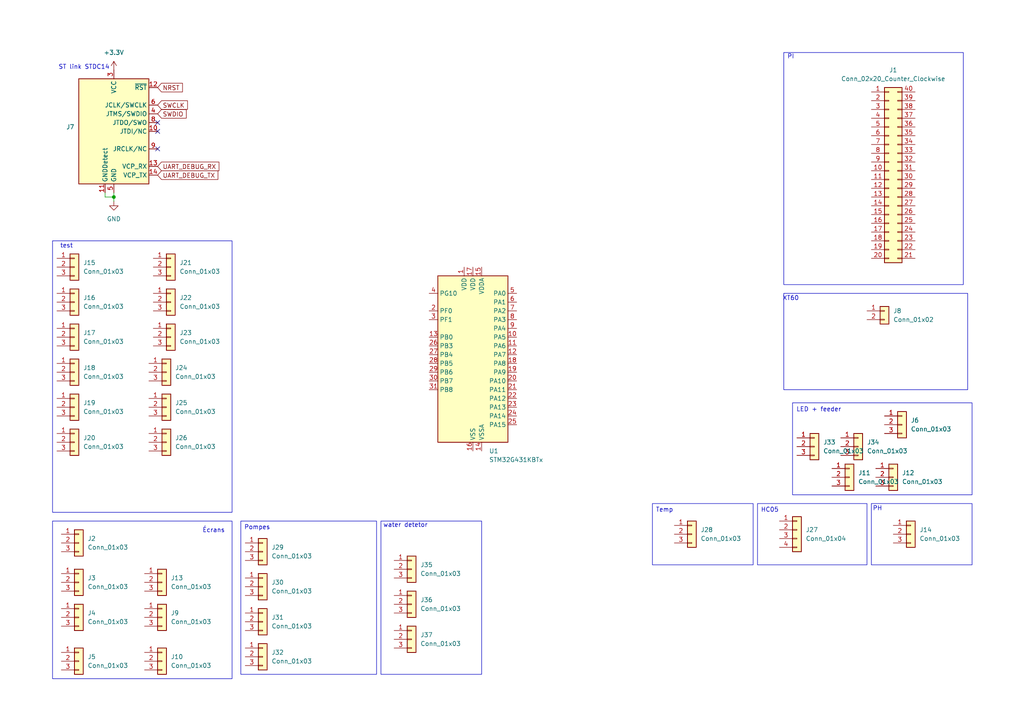
<source format=kicad_sch>
(kicad_sch (version 20250114) (generator "eeschema") (generator_version "9.0")
  (paper "A4")
  (lib_symbols
    (symbol "Connector:Conn_ST_STDC14"
      (property "Reference" "J" (at -8.89 16.51 0))
      (property "Value" "Conn_ST_STDC14" (at 17.78 16.51 0))
      (symbol "Conn_ST_STDC14_0_1"
        (rectangle (start -10.16 15.24) (end 10.16 -15.24) (stroke (width 0.254)) (fill (type background)))
      )
      (symbol "Conn_ST_STDC14_1_1"
        (pin no_connect line (at -10.16 5.08 0) (length 2.54) (hide yes) (name "NC") (number "1"))
        (pin no_connect line (at -10.16 2.54 0) (length 2.54) (hide yes) (name "NC") (number "2"))
        (pin passive line (at -2.54 -17.78 90) (length 2.54) (name "GNDDetect") (number "11"))
        (pin power_in line (at 0 17.78 270) (length 2.54) (name "VCC") (number "3"))
        (pin power_in line (at 0 -17.78 90) (length 2.54) (name "GND") (number "5"))
        (pin passive line (at 0 -17.78 90) (length 2.54) (hide yes) (name "GND") (number "7"))
        (pin open_collector line (at 12.7 12.7 180) (length 2.54) (name "~{RST}") (number "12"))
        (pin output line (at 12.7 7.62 180) (length 2.54) (name "JCLK/SWCLK") (number "6"))
        (pin bidirectional line (at 12.7 5.08 180) (length 2.54) (name "JTMS/SWDIO") (number "4"))
        (pin input line (at 12.7 2.54 180) (length 2.54) (name "JTDO/SWO") (number "8"))
        (pin output line (at 12.7 0 180) (length 2.54) (name "JTDI/NC") (number "10"))
        (pin input line (at 12.7 -5.08 180) (length 2.54) (name "JRCLK/NC") (number "9"))
        (pin output line (at 12.7 -10.16 180) (length 2.54) (name "VCP_RX") (number "13"))
        (pin input line (at 12.7 -12.7 180) (length 2.54) (name "VCP_TX") (number "14"))
      )
    )
    (symbol "Connector_Generic:Conn_01x02" (pin_names (offset 1.016) (hide yes))
      (property "Reference" "J" (at 0 2.54 0))
      (property "Value" "Conn_01x02" (at 0 -5.08 0))
      (symbol "Conn_01x02_1_1"
        (rectangle (start -1.27 1.27) (end 1.27 -3.81) (stroke (width 0.254)) (fill (type background)))
        (rectangle (start -1.27 0.127) (end 0 -0.127) (stroke (width 0.1524)))
        (rectangle (start -1.27 -2.413) (end 0 -2.667) (stroke (width 0.1524)))
        (pin passive line (at -5.08 0 0) (length 3.81) (name "Pin_1") (number "1"))
        (pin passive line (at -5.08 -2.54 0) (length 3.81) (name "Pin_2") (number "2"))
      )
    )
    (symbol "Connector_Generic:Conn_01x03" (pin_names (offset 1.016) (hide yes))
      (property "Reference" "J" (at 0 5.08 0))
      (property "Value" "Conn_01x03" (at 0 -5.08 0))
      (symbol "Conn_01x03_1_1"
        (rectangle (start -1.27 3.81) (end 1.27 -3.81) (stroke (width 0.254)) (fill (type background)))
        (rectangle (start -1.27 2.667) (end 0 2.413) (stroke (width 0.1524)))
        (rectangle (start -1.27 0.127) (end 0 -0.127) (stroke (width 0.1524)))
        (rectangle (start -1.27 -2.413) (end 0 -2.667) (stroke (width 0.1524)))
        (pin passive line (at -5.08 2.54 0) (length 3.81) (name "Pin_1") (number "1"))
        (pin passive line (at -5.08 0 0) (length 3.81) (name "Pin_2") (number "2"))
        (pin passive line (at -5.08 -2.54 0) (length 3.81) (name "Pin_3") (number "3"))
      )
    )
    (symbol "Connector_Generic:Conn_01x04" (pin_names (offset 1.016) (hide yes))
      (property "Reference" "J" (at 0 5.08 0))
      (property "Value" "Conn_01x04" (at 0 -7.62 0))
      (symbol "Conn_01x04_1_1"
        (rectangle (start -1.27 3.81) (end 1.27 -6.35) (stroke (width 0.254)) (fill (type background)))
        (rectangle (start -1.27 2.667) (end 0 2.413) (stroke (width 0.1524)))
        (rectangle (start -1.27 0.127) (end 0 -0.127) (stroke (width 0.1524)))
        (rectangle (start -1.27 -2.413) (end 0 -2.667) (stroke (width 0.1524)))
        (rectangle (start -1.27 -4.953) (end 0 -5.207) (stroke (width 0.1524)))
        (pin passive line (at -5.08 2.54 0) (length 3.81) (name "Pin_1") (number "1"))
        (pin passive line (at -5.08 0 0) (length 3.81) (name "Pin_2") (number "2"))
        (pin passive line (at -5.08 -2.54 0) (length 3.81) (name "Pin_3") (number "3"))
        (pin passive line (at -5.08 -5.08 0) (length 3.81) (name "Pin_4") (number "4"))
      )
    )
    (symbol "Connector_Generic:Conn_02x20_Counter_Clockwise" (pin_names (offset 1.016) (hide yes))
      (property "Reference" "J" (at 1.27 25.4 0))
      (property "Value" "Conn_02x20_Counter_Clockwise" (at 1.27 -27.94 0))
      (symbol "Conn_02x20_Counter_Clockwise_1_1"
        (rectangle (start -1.27 24.13) (end 3.81 -26.67) (stroke (width 0.254)) (fill (type background)))
        (rectangle (start -1.27 22.987) (end 0 22.733) (stroke (width 0.1524)))
        (rectangle (start -1.27 20.447) (end 0 20.193) (stroke (width 0.1524)))
        (rectangle (start -1.27 17.907) (end 0 17.653) (stroke (width 0.1524)))
        (rectangle (start -1.27 15.367) (end 0 15.113) (stroke (width 0.1524)))
        (rectangle (start -1.27 12.827) (end 0 12.573) (stroke (width 0.1524)))
        (rectangle (start -1.27 10.287) (end 0 10.033) (stroke (width 0.1524)))
        (rectangle (start -1.27 7.747) (end 0 7.493) (stroke (width 0.1524)))
        (rectangle (start -1.27 5.207) (end 0 4.953) (stroke (width 0.1524)))
        (rectangle (start -1.27 2.667) (end 0 2.413) (stroke (width 0.1524)))
        (rectangle (start -1.27 0.127) (end 0 -0.127) (stroke (width 0.1524)))
        (rectangle (start -1.27 -2.413) (end 0 -2.667) (stroke (width 0.1524)))
        (rectangle (start -1.27 -4.953) (end 0 -5.207) (stroke (width 0.1524)))
        (rectangle (start -1.27 -7.493) (end 0 -7.747) (stroke (width 0.1524)))
        (rectangle (start -1.27 -10.033) (end 0 -10.287) (stroke (width 0.1524)))
        (rectangle (start -1.27 -12.573) (end 0 -12.827) (stroke (width 0.1524)))
        (rectangle (start -1.27 -15.113) (end 0 -15.367) (stroke (width 0.1524)))
        (rectangle (start -1.27 -17.653) (end 0 -17.907) (stroke (width 0.1524)))
        (rectangle (start -1.27 -20.193) (end 0 -20.447) (stroke (width 0.1524)))
        (rectangle (start -1.27 -22.733) (end 0 -22.987) (stroke (width 0.1524)))
        (rectangle (start -1.27 -25.273) (end 0 -25.527) (stroke (width 0.1524)))
        (rectangle (start 3.81 22.987) (end 2.54 22.733) (stroke (width 0.1524)))
        (rectangle (start 3.81 20.447) (end 2.54 20.193) (stroke (width 0.1524)))
        (rectangle (start 3.81 17.907) (end 2.54 17.653) (stroke (width 0.1524)))
        (rectangle (start 3.81 15.367) (end 2.54 15.113) (stroke (width 0.1524)))
        (rectangle (start 3.81 12.827) (end 2.54 12.573) (stroke (width 0.1524)))
        (rectangle (start 3.81 10.287) (end 2.54 10.033) (stroke (width 0.1524)))
        (rectangle (start 3.81 7.747) (end 2.54 7.493) (stroke (width 0.1524)))
        (rectangle (start 3.81 5.207) (end 2.54 4.953) (stroke (width 0.1524)))
        (rectangle (start 3.81 2.667) (end 2.54 2.413) (stroke (width 0.1524)))
        (rectangle (start 3.81 0.127) (end 2.54 -0.127) (stroke (width 0.1524)))
        (rectangle (start 3.81 -2.413) (end 2.54 -2.667) (stroke (width 0.1524)))
        (rectangle (start 3.81 -4.953) (end 2.54 -5.207) (stroke (width 0.1524)))
        (rectangle (start 3.81 -7.493) (end 2.54 -7.747) (stroke (width 0.1524)))
        (rectangle (start 3.81 -10.033) (end 2.54 -10.287) (stroke (width 0.1524)))
        (rectangle (start 3.81 -12.573) (end 2.54 -12.827) (stroke (width 0.1524)))
        (rectangle (start 3.81 -15.113) (end 2.54 -15.367) (stroke (width 0.1524)))
        (rectangle (start 3.81 -17.653) (end 2.54 -17.907) (stroke (width 0.1524)))
        (rectangle (start 3.81 -20.193) (end 2.54 -20.447) (stroke (width 0.1524)))
        (rectangle (start 3.81 -22.733) (end 2.54 -22.987) (stroke (width 0.1524)))
        (rectangle (start 3.81 -25.273) (end 2.54 -25.527) (stroke (width 0.1524)))
        (pin passive line (at -5.08 22.86 0) (length 3.81) (name "Pin_1") (number "1"))
        (pin passive line (at -5.08 20.32 0) (length 3.81) (name "Pin_2") (number "2"))
        (pin passive line (at -5.08 17.78 0) (length 3.81) (name "Pin_3") (number "3"))
        (pin passive line (at -5.08 15.24 0) (length 3.81) (name "Pin_4") (number "4"))
        (pin passive line (at -5.08 12.7 0) (length 3.81) (name "Pin_5") (number "5"))
        (pin passive line (at -5.08 10.16 0) (length 3.81) (name "Pin_6") (number "6"))
        (pin passive line (at -5.08 7.62 0) (length 3.81) (name "Pin_7") (number "7"))
        (pin passive line (at -5.08 5.08 0) (length 3.81) (name "Pin_8") (number "8"))
        (pin passive line (at -5.08 2.54 0) (length 3.81) (name "Pin_9") (number "9"))
        (pin passive line (at -5.08 0 0) (length 3.81) (name "Pin_10") (number "10"))
        (pin passive line (at -5.08 -2.54 0) (length 3.81) (name "Pin_11") (number "11"))
        (pin passive line (at -5.08 -5.08 0) (length 3.81) (name "Pin_12") (number "12"))
        (pin passive line (at -5.08 -7.62 0) (length 3.81) (name "Pin_13") (number "13"))
        (pin passive line (at -5.08 -10.16 0) (length 3.81) (name "Pin_14") (number "14"))
        (pin passive line (at -5.08 -12.7 0) (length 3.81) (name "Pin_15") (number "15"))
        (pin passive line (at -5.08 -15.24 0) (length 3.81) (name "Pin_16") (number "16"))
        (pin passive line (at -5.08 -17.78 0) (length 3.81) (name "Pin_17") (number "17"))
        (pin passive line (at -5.08 -20.32 0) (length 3.81) (name "Pin_18") (number "18"))
        (pin passive line (at -5.08 -22.86 0) (length 3.81) (name "Pin_19") (number "19"))
        (pin passive line (at -5.08 -25.4 0) (length 3.81) (name "Pin_20") (number "20"))
        (pin passive line (at 7.62 22.86 180) (length 3.81) (name "Pin_40") (number "40"))
        (pin passive line (at 7.62 20.32 180) (length 3.81) (name "Pin_39") (number "39"))
        (pin passive line (at 7.62 17.78 180) (length 3.81) (name "Pin_38") (number "38"))
        (pin passive line (at 7.62 15.24 180) (length 3.81) (name "Pin_37") (number "37"))
        (pin passive line (at 7.62 12.7 180) (length 3.81) (name "Pin_36") (number "36"))
        (pin passive line (at 7.62 10.16 180) (length 3.81) (name "Pin_35") (number "35"))
        (pin passive line (at 7.62 7.62 180) (length 3.81) (name "Pin_34") (number "34"))
        (pin passive line (at 7.62 5.08 180) (length 3.81) (name "Pin_33") (number "33"))
        (pin passive line (at 7.62 2.54 180) (length 3.81) (name "Pin_32") (number "32"))
        (pin passive line (at 7.62 0 180) (length 3.81) (name "Pin_31") (number "31"))
        (pin passive line (at 7.62 -2.54 180) (length 3.81) (name "Pin_30") (number "30"))
        (pin passive line (at 7.62 -5.08 180) (length 3.81) (name "Pin_29") (number "29"))
        (pin passive line (at 7.62 -7.62 180) (length 3.81) (name "Pin_28") (number "28"))
        (pin passive line (at 7.62 -10.16 180) (length 3.81) (name "Pin_27") (number "27"))
        (pin passive line (at 7.62 -12.7 180) (length 3.81) (name "Pin_26") (number "26"))
        (pin passive line (at 7.62 -15.24 180) (length 3.81) (name "Pin_25") (number "25"))
        (pin passive line (at 7.62 -17.78 180) (length 3.81) (name "Pin_24") (number "24"))
        (pin passive line (at 7.62 -20.32 180) (length 3.81) (name "Pin_23") (number "23"))
        (pin passive line (at 7.62 -22.86 180) (length 3.81) (name "Pin_22") (number "22"))
        (pin passive line (at 7.62 -25.4 180) (length 3.81) (name "Pin_21") (number "21"))
      )
    )
    (symbol "GND_13" (power) (pin_numbers (hide yes)) (pin_names (offset 0) (hide yes))
      (property "Value" "GND" (at 0 -3.81 0))
      (symbol "GND_13_0_1"
        (polyline (pts (xy 0 0) (xy 0 -1.27) (xy 1.27 -1.27) (xy 0 -2.54) (xy -1.27 -1.27) (xy 0 -1.27)))
      )
      (symbol "GND_13_1_1"
        (pin power_in line (at 0 0 270) (length 0) (name "~") (number "1"))
      )
    )
    (symbol "MCU_ST_STM32G4:STM32G431KBTx"
      (property "Reference" "U" (at -10.16 26.67 0))
      (property "Value" "STM32G431KBTx" (at 5.08 26.67 0))
      (symbol "STM32G431KBTx_0_1"
        (rectangle (start -10.16 -22.86) (end 10.16 25.4) (stroke (width 0.254)) (fill (type background)))
      )
      (symbol "STM32G431KBTx_1_1"
        (pin bidirectional line (at -12.7 20.32 0) (length 2.54) (name "PG10") (number "4"))
        (pin bidirectional line (at -12.7 15.24 0) (length 2.54) (name "PF0") (number "2"))
        (pin bidirectional line (at -12.7 12.7 0) (length 2.54) (name "PF1") (number "3"))
        (pin bidirectional line (at -12.7 7.62 0) (length 2.54) (name "PB0") (number "13"))
        (pin bidirectional line (at -12.7 5.08 0) (length 2.54) (name "PB3") (number "26"))
        (pin bidirectional line (at -12.7 2.54 0) (length 2.54) (name "PB4") (number "27"))
        (pin bidirectional line (at -12.7 0 0) (length 2.54) (name "PB5") (number "28"))
        (pin bidirectional line (at -12.7 -2.54 0) (length 2.54) (name "PB6") (number "29"))
        (pin bidirectional line (at -12.7 -5.08 0) (length 2.54) (name "PB7") (number "30"))
        (pin bidirectional line (at -12.7 -7.62 0) (length 2.54) (name "PB8") (number "31"))
        (pin power_in line (at -2.54 27.94 270) (length 2.54) (name "VDD") (number "1"))
        (pin power_in line (at 0 27.94 270) (length 2.54) (name "VDD") (number "17"))
        (pin power_in line (at 0 -25.4 90) (length 2.54) (name "VSS") (number "16"))
        (pin passive line (at 0 -25.4 90) (length 2.54) (hide yes) (name "VSS") (number "32"))
        (pin power_in line (at 2.54 27.94 270) (length 2.54) (name "VDDA") (number "15"))
        (pin power_in line (at 2.54 -25.4 90) (length 2.54) (name "VSSA") (number "14"))
        (pin bidirectional line (at 12.7 20.32 180) (length 2.54) (name "PA0") (number "5"))
        (pin bidirectional line (at 12.7 17.78 180) (length 2.54) (name "PA1") (number "6"))
        (pin bidirectional line (at 12.7 15.24 180) (length 2.54) (name "PA2") (number "7"))
        (pin bidirectional line (at 12.7 12.7 180) (length 2.54) (name "PA3") (number "8"))
        (pin bidirectional line (at 12.7 10.16 180) (length 2.54) (name "PA4") (number "9"))
        (pin bidirectional line (at 12.7 7.62 180) (length 2.54) (name "PA5") (number "10"))
        (pin bidirectional line (at 12.7 5.08 180) (length 2.54) (name "PA6") (number "11"))
        (pin bidirectional line (at 12.7 2.54 180) (length 2.54) (name "PA7") (number "12"))
        (pin bidirectional line (at 12.7 0 180) (length 2.54) (name "PA8") (number "18"))
        (pin bidirectional line (at 12.7 -2.54 180) (length 2.54) (name "PA9") (number "19"))
        (pin bidirectional line (at 12.7 -5.08 180) (length 2.54) (name "PA10") (number "20"))
        (pin bidirectional line (at 12.7 -7.62 180) (length 2.54) (name "PA11") (number "21"))
        (pin bidirectional line (at 12.7 -10.16 180) (length 2.54) (name "PA12") (number "22"))
        (pin bidirectional line (at 12.7 -12.7 180) (length 2.54) (name "PA13") (number "23"))
        (pin bidirectional line (at 12.7 -15.24 180) (length 2.54) (name "PA14") (number "24"))
        (pin bidirectional line (at 12.7 -17.78 180) (length 2.54) (name "PA15") (number "25"))
      )
    )
    (symbol "power:+3.3V" (power) (pin_numbers (hide yes)) (pin_names (offset 0) (hide yes))
      (property "Value" "+3.3V" (at 0 3.556 0))
      (symbol "+3.3V_0_1"
        (polyline (pts (xy -0.762 1.27) (xy 0 2.54)))
        (polyline (pts (xy 0 2.54) (xy 0.762 1.27)))
        (polyline (pts (xy 0 0) (xy 0 2.54)))
      )
      (symbol "+3.3V_1_1"
        (pin power_in line (at 0 0 90) (length 0) (name "~") (number "1"))
      )
    )
  )
  (rectangle (start 229.87 116.84) (end 281.94 143.51))
  (rectangle (start 110.49 151.13) (end 139.7 195.58))
  (rectangle (start 227.33 85.09) (end 280.67 113.03))
  (rectangle (start 15.24 151.13) (end 67.31 196.85))
  (rectangle (start 252.73 146.05) (end 281.94 163.83))
  (rectangle (start 15.24 69.85) (end 67.31 148.59))
  (rectangle (start 227.33 15.24) (end 279.4 82.55))
  (text "ST link STDC14" (at 24.384 19.558 0) (effects (font (size 1.27 1.27))))
  (text "XT60" (at 229.362 86.614 0) (effects (font (size 1.27 1.27))))
  (text "water detetor" (at 117.602 152.4 0) (effects (font (size 1.27 1.27))))
  (text "test" (at 19.304 71.374 0) (effects (font (size 1.27 1.27))))
  (text "LED + feeder" (at 237.49 118.872 0) (effects (font (size 1.27 1.27))))
  (text "Écrans" (at 61.976 153.924 0) (effects (font (size 1.27 1.27))))
  (text "PH" (at 254.508 147.574 0) (effects (font (size 1.27 1.27))))
  (text "PI" (at 229.362 16.51 0) (effects (font (size 1.27 1.27))))
  (text_box "HC05" (at 219.71 146.05 0) (size 31.75 17.78) (margins 0.9525 0.9525 0.9525 0.9525) (effects (font (size 1.27 1.27)) (justify left top)))
  (text_box "Pompes" (at 69.85 151.13 0) (size 39.37 44.45) (margins 0.9525 0.9525 0.9525 0.9525) (effects (font (size 1.27 1.27)) (justify left top)))
  (text_box "Temp\n" (at 189.23 146.05 0) (size 29.21 17.78) (margins 0.9525 0.9525 0.9525 0.9525) (effects (font (size 1.27 1.27)) (justify left top)))
  (junction (at 33.02 57.15))
  (no_connect (at 45.72 38.1))
  (no_connect (at 45.72 35.56))
  (no_connect (at 45.72 43.18))
  (wire (pts (xy 30.48 57.15) (xy 33.02 57.15)))
  (wire (pts (xy 30.48 55.88) (xy 30.48 57.15)))
  (wire (pts (xy 33.02 55.88) (xy 33.02 57.15)))
  (wire (pts (xy 33.02 57.15) (xy 33.02 58.42)))
  (global_label "SWDIO" (shape input) (at 45.72 33.02 0) (property "Intersheetrefs" "${INTERSHEET_REFS}" (effects (hide yes))))
  (global_label "UART_DEBUG_TX" (shape input) (at 45.72 50.8 0) (property "Intersheetrefs" "${INTERSHEET_REFS}" (effects (hide yes))))
  (global_label "UART_DEBUG_RX" (shape input) (at 45.72 48.26 0) (property "Intersheetrefs" "${INTERSHEET_REFS}" (effects (hide yes))))
  (global_label "SWCLK" (shape input) (at 45.72 30.48 0) (property "Intersheetrefs" "${INTERSHEET_REFS}" (effects (hide yes))))
  (global_label "NRST" (shape input) (at 45.72 25.4 0) (property "Intersheetrefs" "${INTERSHEET_REFS}" (effects (hide yes))))
  (symbol (lib_id "Connector_Generic:Conn_01x03") (at 21.59 97.79 0) (unit 1)
    (property "Reference" "J17" (at 24.13 96.5199 0) (effects (justify left)))
    (property "Value" "Conn_01x03" (at 24.13 99.0599 0) (effects (justify left)))
    (property "Footprint" "Connector_JST:JST_EH_B3B-EH-A_1x03_P2.50mm_Vertical" (effects (hide yes)))
    (property "Description" "Generic connector, single row, 01x03, script generated (kicad-library-utils/schlib/autogen/connector/)" (effects (hide yes)))
  )
  (symbol (lib_id "Connector_Generic:Conn_01x03") (at 46.99 179.07 0) (unit 1)
    (property "Reference" "J9" (at 49.53 177.7999 0) (effects (justify left)))
    (property "Value" "Conn_01x03" (at 49.53 180.3399 0) (effects (justify left)))
    (property "Footprint" "Connector_JST:JST_EH_B3B-EH-A_1x03_P2.50mm_Vertical" (effects (hide yes)))
    (property "Description" "Generic connector, single row, 01x03, script generated (kicad-library-utils/schlib/autogen/connector/)" (effects (hide yes)))
  )
  (symbol (lib_id "Connector_Generic:Conn_01x03") (at 22.86 179.07 0) (unit 1)
    (property "Reference" "J4" (at 25.4 177.7999 0) (effects (justify left)))
    (property "Value" "Conn_01x03" (at 25.4 180.3399 0) (effects (justify left)))
    (property "Footprint" "Connector_JST:JST_EH_B3B-EH-A_1x03_P2.50mm_Vertical" (effects (hide yes)))
    (property "Description" "Generic connector, single row, 01x03, script generated (kicad-library-utils/schlib/autogen/connector/)" (effects (hide yes)))
  )
  (symbol (lib_id "Connector_Generic:Conn_01x03") (at 248.92 129.54 0) (unit 1)
    (property "Reference" "J34" (at 251.46 128.2699 0) (effects (justify left)))
    (property "Value" "Conn_01x03" (at 251.46 130.8099 0) (effects (justify left)))
    (property "Footprint" "Connector_JST:JST_EH_B3B-EH-A_1x03_P2.50mm_Vertical" (effects (hide yes)))
    (property "Description" "Generic connector, single row, 01x03, script generated (kicad-library-utils/schlib/autogen/connector/)" (effects (hide yes)))
  )
  (symbol (lib_id "MCU_ST_STM32G4:STM32G431KBTx") (at 137.16 105.41 0) (unit 1)
    (property "Reference" "U1" (at 141.8433 130.81 0) (effects (justify left)))
    (property "Value" "STM32G431KBTx" (at 141.8433 133.35 0) (effects (justify left)))
    (property "Footprint" "Package_QFP:LQFP-32_7x7mm_P0.8mm" (effects (hide yes)))
    (property "Datasheet" "https://www.st.com/resource/en/datasheet/stm32g431kb.pdf" (effects (hide yes)))
    (property "Description" "STMicroelectronics Arm Cortex-M4 MCU, 128KB flash, 32KB RAM, 170 MHz, 1.71-3.6V, 26 GPIO, LQFP32" (effects (hide yes)))
  )
  (symbol (lib_id "Connector_Generic:Conn_01x03") (at 21.59 77.47 0) (unit 1)
    (property "Reference" "J15" (at 24.13 76.1999 0) (effects (justify left)))
    (property "Value" "Conn_01x03" (at 24.13 78.7399 0) (effects (justify left)))
    (property "Footprint" "Connector_JST:JST_EH_B3B-EH-A_1x03_P2.50mm_Vertical" (effects (hide yes)))
    (property "Description" "Generic connector, single row, 01x03, script generated (kicad-library-utils/schlib/autogen/connector/)" (effects (hide yes)))
  )
  (symbol (lib_id "Connector_Generic:Conn_01x03") (at 49.53 77.47 0) (unit 1)
    (property "Reference" "J21" (at 52.07 76.1999 0) (effects (justify left)))
    (property "Value" "Conn_01x03" (at 52.07 78.7399 0) (effects (justify left)))
    (property "Footprint" "Connector_JST:JST_EH_B3B-EH-A_1x03_P2.50mm_Vertical" (effects (hide yes)))
    (property "Description" "Generic connector, single row, 01x03, script generated (kicad-library-utils/schlib/autogen/connector/)" (effects (hide yes)))
  )
  (symbol (lib_id "Connector_Generic:Conn_01x03") (at 259.08 138.43 0) (unit 1)
    (property "Reference" "J12" (at 261.62 137.1599 0) (effects (justify left)))
    (property "Value" "Conn_01x03" (at 261.62 139.6999 0) (effects (justify left)))
    (property "Footprint" "Connector_JST:JST_EH_B3B-EH-A_1x03_P2.50mm_Vertical" (effects (hide yes)))
    (property "Description" "Generic connector, single row, 01x03, script generated (kicad-library-utils/schlib/autogen/connector/)" (effects (hide yes)))
  )
  (symbol (lib_id "Connector_Generic:Conn_01x03") (at 76.2 190.5 0) (unit 1)
    (property "Reference" "J32" (at 78.74 189.2299 0) (effects (justify left)))
    (property "Value" "Conn_01x03" (at 78.74 191.7699 0) (effects (justify left)))
    (property "Footprint" "Connector_JST:JST_EH_B3B-EH-A_1x03_P2.50mm_Vertical" (effects (hide yes)))
    (property "Description" "Generic connector, single row, 01x03, script generated (kicad-library-utils/schlib/autogen/connector/)" (effects (hide yes)))
  )
  (symbol (lib_id "Connector_Generic:Conn_01x03") (at 49.53 87.63 0) (unit 1)
    (property "Reference" "J22" (at 52.07 86.3599 0) (effects (justify left)))
    (property "Value" "Conn_01x03" (at 52.07 88.8999 0) (effects (justify left)))
    (property "Footprint" "Connector_JST:JST_EH_B3B-EH-A_1x03_P2.50mm_Vertical" (effects (hide yes)))
    (property "Description" "Generic connector, single row, 01x03, script generated (kicad-library-utils/schlib/autogen/connector/)" (effects (hide yes)))
  )
  (symbol (lib_id "Connector_Generic:Conn_01x03") (at 200.66 154.94 0) (unit 1)
    (property "Reference" "J28" (at 203.2 153.6699 0) (effects (justify left)))
    (property "Value" "Conn_01x03" (at 203.2 156.2099 0) (effects (justify left)))
    (property "Footprint" "Connector_JST:JST_EH_B3B-EH-A_1x03_P2.50mm_Vertical" (effects (hide yes)))
    (property "Description" "Generic connector, single row, 01x03, script generated (kicad-library-utils/schlib/autogen/connector/)" (effects (hide yes)))
  )
  (symbol (lib_id "Connector_Generic:Conn_01x03") (at 48.26 128.27 0) (unit 1)
    (property "Reference" "J26" (at 50.8 126.9999 0) (effects (justify left)))
    (property "Value" "Conn_01x03" (at 50.8 129.5399 0) (effects (justify left)))
    (property "Footprint" "Connector_JST:JST_EH_B3B-EH-A_1x03_P2.50mm_Vertical" (effects (hide yes)))
    (property "Description" "Generic connector, single row, 01x03, script generated (kicad-library-utils/schlib/autogen/connector/)" (effects (hide yes)))
  )
  (symbol (lib_id "Connector_Generic:Conn_01x03") (at 236.22 129.54 0) (unit 1)
    (property "Reference" "J33" (at 238.76 128.2699 0) (effects (justify left)))
    (property "Value" "Conn_01x03" (at 238.76 130.8099 0) (effects (justify left)))
    (property "Footprint" "Connector_JST:JST_EH_B3B-EH-A_1x03_P2.50mm_Vertical" (effects (hide yes)))
    (property "Description" "Generic connector, single row, 01x03, script generated (kicad-library-utils/schlib/autogen/connector/)" (effects (hide yes)))
  )
  (symbol (lib_id "Connector_Generic:Conn_01x03") (at 261.62 123.19 0) (unit 1)
    (property "Reference" "J6" (at 264.16 121.9199 0) (effects (justify left)))
    (property "Value" "Conn_01x03" (at 264.16 124.4599 0) (effects (justify left)))
    (property "Footprint" "Connector_JST:JST_EH_B3B-EH-A_1x03_P2.50mm_Vertical" (effects (hide yes)))
    (property "Description" "Generic connector, single row, 01x03, script generated (kicad-library-utils/schlib/autogen/connector/)" (effects (hide yes)))
  )
  (symbol (lib_id "Connector_Generic:Conn_01x03") (at 76.2 160.02 0) (unit 1)
    (property "Reference" "J29" (at 78.74 158.7499 0) (effects (justify left)))
    (property "Value" "Conn_01x03" (at 78.74 161.2899 0) (effects (justify left)))
    (property "Footprint" "Connector_JST:JST_EH_B3B-EH-A_1x03_P2.50mm_Vertical" (effects (hide yes)))
    (property "Description" "Generic connector, single row, 01x03, script generated (kicad-library-utils/schlib/autogen/connector/)" (effects (hide yes)))
  )
  (symbol (lib_id "Connector:Conn_ST_STDC14") (at 33.02 38.1 0) (unit 1)
    (property "Reference" "J7" (at 21.59 36.8299 0) (effects (justify right)))
    (property "Value" "Conn_ST_STDC14" (effects (hide yes)))
    (property "Footprint" "Connector_PinHeader_1.27mm:PinHeader_2x07_P1.27mm_Vertical_SMD" (effects (hide yes)))
    (property "Datasheet" "https://www.st.com/content/ccc/resource/technical/document/user_manual/group1/99/49/91/b6/b2/3a/46/e5/DM00526767/files/DM00526767.pdf/jcr:content/translations/en.DM00526767.pdf" (effects (hide yes)))
    (property "Description" "ST Debug Connector, standard ARM Cortex-M SWD and JTAG interface plus UART" (effects (hide yes)))
    (property "MPN" "STLINK-V3MINIE" (effects (hide yes)))
  )
  (symbol (lib_id "Connector_Generic:Conn_01x03") (at 21.59 107.95 0) (unit 1)
    (property "Reference" "J18" (at 24.13 106.6799 0) (effects (justify left)))
    (property "Value" "Conn_01x03" (at 24.13 109.2199 0) (effects (justify left)))
    (property "Footprint" "Connector_JST:JST_EH_B3B-EH-A_1x03_P2.50mm_Vertical" (effects (hide yes)))
    (property "Description" "Generic connector, single row, 01x03, script generated (kicad-library-utils/schlib/autogen/connector/)" (effects (hide yes)))
  )
  (symbol (lib_id "Connector_Generic:Conn_01x04") (at 231.14 153.67 0) (unit 1)
    (property "Reference" "J27" (at 233.68 153.6699 0) (effects (justify left)))
    (property "Value" "Conn_01x04" (at 233.68 156.2099 0) (effects (justify left)))
    (property "Footprint" "Connector_JST:JST_EH_B4B-EH-A_1x04_P2.50mm_Vertical" (effects (hide yes)))
    (property "Description" "Generic connector, single row, 01x04, script generated (kicad-library-utils/schlib/autogen/connector/)" (effects (hide yes)))
  )
  (symbol (lib_id "Connector_Generic:Conn_01x03") (at 76.2 170.18 0) (unit 1)
    (property "Reference" "J30" (at 78.74 168.9099 0) (effects (justify left)))
    (property "Value" "Conn_01x03" (at 78.74 171.4499 0) (effects (justify left)))
    (property "Footprint" "Connector_JST:JST_EH_B3B-EH-A_1x03_P2.50mm_Vertical" (effects (hide yes)))
    (property "Description" "Generic connector, single row, 01x03, script generated (kicad-library-utils/schlib/autogen/connector/)" (effects (hide yes)))
  )
  (symbol (lib_id "Connector_Generic:Conn_01x03") (at 119.38 185.42 0) (unit 1)
    (property "Reference" "J37" (at 121.92 184.1499 0) (effects (justify left)))
    (property "Value" "Conn_01x03" (at 121.92 186.6899 0) (effects (justify left)))
    (property "Footprint" "Connector_JST:JST_EH_B3B-EH-A_1x03_P2.50mm_Vertical" (effects (hide yes)))
    (property "Description" "Generic connector, single row, 01x03, script generated (kicad-library-utils/schlib/autogen/connector/)" (effects (hide yes)))
  )
  (symbol (lib_id "Connector_Generic:Conn_01x03") (at 246.38 138.43 0) (unit 1)
    (property "Reference" "J11" (at 248.92 137.1599 0) (effects (justify left)))
    (property "Value" "Conn_01x03" (at 248.92 139.6999 0) (effects (justify left)))
    (property "Footprint" "Connector_JST:JST_EH_B3B-EH-A_1x03_P2.50mm_Vertical" (effects (hide yes)))
    (property "Description" "Generic connector, single row, 01x03, script generated (kicad-library-utils/schlib/autogen/connector/)" (effects (hide yes)))
  )
  (symbol (lib_id "Connector_Generic:Conn_01x02") (at 256.54 90.17 0) (unit 1)
    (property "Reference" "J8" (at 259.08 90.1699 0) (effects (justify left)))
    (property "Value" "Conn_01x02" (at 259.08 92.7099 0) (effects (justify left)))
    (property "Footprint" "Connector_JST:JST_EH_B2B-EH-A_1x02_P2.50mm_Vertical" (effects (hide yes)))
    (property "Description" "Generic connector, single row, 01x02, script generated (kicad-library-utils/schlib/autogen/connector/)" (effects (hide yes)))
  )
  (symbol (lib_id "Connector_Generic:Conn_01x03") (at 119.38 175.26 0) (unit 1)
    (property "Reference" "J36" (at 121.92 173.9899 0) (effects (justify left)))
    (property "Value" "Conn_01x03" (at 121.92 176.5299 0) (effects (justify left)))
    (property "Footprint" "Connector_JST:JST_EH_B3B-EH-A_1x03_P2.50mm_Vertical" (effects (hide yes)))
    (property "Description" "Generic connector, single row, 01x03, script generated (kicad-library-utils/schlib/autogen/connector/)" (effects (hide yes)))
  )
  (symbol (lib_id "Connector_Generic:Conn_01x03") (at 49.53 97.79 0) (unit 1)
    (property "Reference" "J23" (at 52.07 96.5199 0) (effects (justify left)))
    (property "Value" "Conn_01x03" (at 52.07 99.0599 0) (effects (justify left)))
    (property "Footprint" "Connector_JST:JST_EH_B3B-EH-A_1x03_P2.50mm_Vertical" (effects (hide yes)))
    (property "Description" "Generic connector, single row, 01x03, script generated (kicad-library-utils/schlib/autogen/connector/)" (effects (hide yes)))
  )
  (symbol (lib_id "Connector_Generic:Conn_01x03") (at 21.59 87.63 0) (unit 1)
    (property "Reference" "J16" (at 24.13 86.3599 0) (effects (justify left)))
    (property "Value" "Conn_01x03" (at 24.13 88.8999 0) (effects (justify left)))
    (property "Footprint" "Connector_JST:JST_EH_B3B-EH-A_1x03_P2.50mm_Vertical" (effects (hide yes)))
    (property "Description" "Generic connector, single row, 01x03, script generated (kicad-library-utils/schlib/autogen/connector/)" (effects (hide yes)))
  )
  (symbol (lib_id "Connector_Generic:Conn_01x03") (at 48.26 107.95 0) (unit 1)
    (property "Reference" "J24" (at 50.8 106.6799 0) (effects (justify left)))
    (property "Value" "Conn_01x03" (at 50.8 109.2199 0) (effects (justify left)))
    (property "Footprint" "Connector_JST:JST_EH_B3B-EH-A_1x03_P2.50mm_Vertical" (effects (hide yes)))
    (property "Description" "Generic connector, single row, 01x03, script generated (kicad-library-utils/schlib/autogen/connector/)" (effects (hide yes)))
  )
  (symbol (lib_id "Connector_Generic:Conn_02x20_Counter_Clockwise") (at 257.81 49.53 0) (unit 1)
    (property "Reference" "J1" (at 259.08 20.32 0))
    (property "Value" "Conn_02x20_Counter_Clockwise" (at 259.08 22.86 0))
    (property "Footprint" "Connector_PinSocket_2.54mm:PinSocket_2x20_P2.54mm_Vertical" (effects (hide yes)))
    (property "Description" "Generic connector, double row, 02x20, counter clockwise pin numbering scheme (similar to DIP package numbering), script generated (kicad-library-utils/schlib/autogen/connector/)" (effects (hide yes)))
  )
  (symbol (lib_id "Connector_Generic:Conn_01x03") (at 22.86 191.77 0) (unit 1)
    (property "Reference" "J5" (at 25.4 190.4999 0) (effects (justify left)))
    (property "Value" "Conn_01x03" (at 25.4 193.0399 0) (effects (justify left)))
    (property "Footprint" "Connector_JST:JST_EH_B3B-EH-A_1x03_P2.50mm_Vertical" (effects (hide yes)))
    (property "Description" "Generic connector, single row, 01x03, script generated (kicad-library-utils/schlib/autogen/connector/)" (effects (hide yes)))
  )
  (symbol (lib_id "Connector_Generic:Conn_01x03") (at 46.99 168.91 0) (unit 1)
    (property "Reference" "J13" (at 49.53 167.6399 0) (effects (justify left)))
    (property "Value" "Conn_01x03" (at 49.53 170.1799 0) (effects (justify left)))
    (property "Footprint" "Connector_JST:JST_EH_B3B-EH-A_1x03_P2.50mm_Vertical" (effects (hide yes)))
    (property "Description" "Generic connector, single row, 01x03, script generated (kicad-library-utils/schlib/autogen/connector/)" (effects (hide yes)))
  )
  (symbol (lib_id "Connector_Generic:Conn_01x03") (at 76.2 180.34 0) (unit 1)
    (property "Reference" "J31" (at 78.74 179.0699 0) (effects (justify left)))
    (property "Value" "Conn_01x03" (at 78.74 181.6099 0) (effects (justify left)))
    (property "Footprint" "Connector_JST:JST_EH_B3B-EH-A_1x03_P2.50mm_Vertical" (effects (hide yes)))
    (property "Description" "Generic connector, single row, 01x03, script generated (kicad-library-utils/schlib/autogen/connector/)" (effects (hide yes)))
  )
  (symbol (lib_id "Connector_Generic:Conn_01x03") (at 22.86 157.48 0) (unit 1)
    (property "Reference" "J2" (at 25.4 156.2099 0) (effects (justify left)))
    (property "Value" "Conn_01x03" (at 25.4 158.7499 0) (effects (justify left)))
    (property "Footprint" "Connector_JST:JST_EH_B3B-EH-A_1x03_P2.50mm_Vertical" (effects (hide yes)))
    (property "Description" "Generic connector, single row, 01x03, script generated (kicad-library-utils/schlib/autogen/connector/)" (effects (hide yes)))
  )
  (symbol (lib_name "GND_13") (lib_id "power:GND") (at 33.02 58.42 0) (unit 1)
    (property "Reference" "#PWR022" (effects (hide yes)))
    (property "Value" "GND" (at 33.02 63.5 0))
    (property "Description" "Power symbol creates a global label with name \"GND\" , ground" (effects (hide yes)))
  )
  (symbol (lib_id "power:+3.3V") (at 33.02 20.32 0) (unit 1)
    (property "Reference" "#PWR020" (effects (hide yes)))
    (property "Value" "+3.3V" (at 33.02 15.24 0))
  )
  (symbol (lib_id "Connector_Generic:Conn_01x03") (at 22.86 168.91 0) (unit 1)
    (property "Reference" "J3" (at 25.4 167.6399 0) (effects (justify left)))
    (property "Value" "Conn_01x03" (at 25.4 170.1799 0) (effects (justify left)))
    (property "Footprint" "Connector_JST:JST_EH_B3B-EH-A_1x03_P2.50mm_Vertical" (effects (hide yes)))
    (property "Description" "Generic connector, single row, 01x03, script generated (kicad-library-utils/schlib/autogen/connector/)" (effects (hide yes)))
  )
  (symbol (lib_id "Connector_Generic:Conn_01x03") (at 264.16 154.94 0) (unit 1)
    (property "Reference" "J14" (at 266.7 153.6699 0) (effects (justify left)))
    (property "Value" "Conn_01x03" (at 266.7 156.2099 0) (effects (justify left)))
    (property "Footprint" "Connector_JST:JST_EH_B3B-EH-A_1x03_P2.50mm_Vertical" (effects (hide yes)))
    (property "Description" "Generic connector, single row, 01x03, script generated (kicad-library-utils/schlib/autogen/connector/)" (effects (hide yes)))
  )
  (symbol (lib_id "Connector_Generic:Conn_01x03") (at 21.59 118.11 0) (unit 1)
    (property "Reference" "J19" (at 24.13 116.8399 0) (effects (justify left)))
    (property "Value" "Conn_01x03" (at 24.13 119.3799 0) (effects (justify left)))
    (property "Footprint" "Connector_JST:JST_EH_B3B-EH-A_1x03_P2.50mm_Vertical" (effects (hide yes)))
    (property "Description" "Generic connector, single row, 01x03, script generated (kicad-library-utils/schlib/autogen/connector/)" (effects (hide yes)))
  )
  (symbol (lib_id "Connector_Generic:Conn_01x03") (at 119.38 165.1 0) (unit 1)
    (property "Reference" "J35" (at 121.92 163.8299 0) (effects (justify left)))
    (property "Value" "Conn_01x03" (at 121.92 166.3699 0) (effects (justify left)))
    (property "Footprint" "Connector_JST:JST_EH_B3B-EH-A_1x03_P2.50mm_Vertical" (effects (hide yes)))
    (property "Description" "Generic connector, single row, 01x03, script generated (kicad-library-utils/schlib/autogen/connector/)" (effects (hide yes)))
  )
  (symbol (lib_id "Connector_Generic:Conn_01x03") (at 46.99 191.77 0) (unit 1)
    (property "Reference" "J10" (at 49.53 190.4999 0) (effects (justify left)))
    (property "Value" "Conn_01x03" (at 49.53 193.0399 0) (effects (justify left)))
    (property "Footprint" "Connector_JST:JST_EH_B3B-EH-A_1x03_P2.50mm_Vertical" (effects (hide yes)))
    (property "Description" "Generic connector, single row, 01x03, script generated (kicad-library-utils/schlib/autogen/connector/)" (effects (hide yes)))
  )
  (symbol (lib_id "Connector_Generic:Conn_01x03") (at 21.59 128.27 0) (unit 1)
    (property "Reference" "J20" (at 24.13 126.9999 0) (effects (justify left)))
    (property "Value" "Conn_01x03" (at 24.13 129.5399 0) (effects (justify left)))
    (property "Footprint" "Connector_JST:JST_EH_B3B-EH-A_1x03_P2.50mm_Vertical" (effects (hide yes)))
    (property "Description" "Generic connector, single row, 01x03, script generated (kicad-library-utils/schlib/autogen/connector/)" (effects (hide yes)))
  )
  (symbol (lib_id "Connector_Generic:Conn_01x03") (at 48.26 118.11 0) (unit 1)
    (property "Reference" "J25" (at 50.8 116.8399 0) (effects (justify left)))
    (property "Value" "Conn_01x03" (at 50.8 119.3799 0) (effects (justify left)))
    (property "Footprint" "Connector_JST:JST_EH_B3B-EH-A_1x03_P2.50mm_Vertical" (effects (hide yes)))
    (property "Description" "Generic connector, single row, 01x03, script generated (kicad-library-utils/schlib/autogen/connector/)" (effects (hide yes)))
  )
)
</source>
